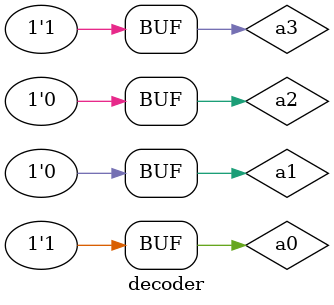
<source format=v>
`timescale 1ns / 1ps


module decoder(
    );
    wire a0=1,a1=0,a2=0,a3=1;
    wire b0,b1;
    LogicOr g0(a1,a3,b0);
    LogicOr g1(a2,a3,b1);
endmodule

</source>
